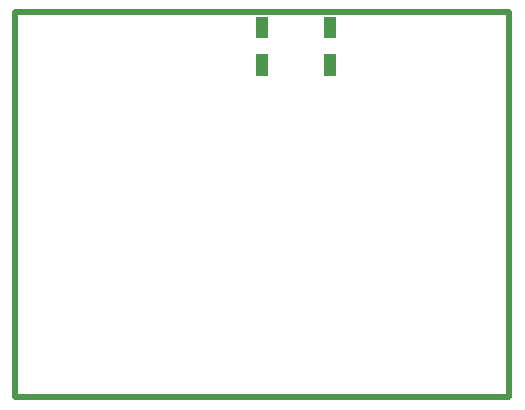
<source format=gko>
G04*
G04 #@! TF.GenerationSoftware,Altium Limited,Altium Designer,21.9.2 (33)*
G04*
G04 Layer_Color=16711935*
%FSLAX25Y25*%
%MOIN*%
G70*
G04*
G04 #@! TF.SameCoordinates,353233E6-1857-4CDD-983F-46C35F824410*
G04*
G04*
G04 #@! TF.FilePolarity,Positive*
G04*
G01*
G75*
%ADD42C,0.01968*%
G36*
X42931Y130075D02*
X46868D01*
Y137161D01*
X42931D01*
Y130075D01*
D02*
G37*
G36*
Y142673D02*
X46868D01*
Y149760D01*
X42931D01*
Y142673D01*
D02*
G37*
G36*
X65569Y130075D02*
X69506D01*
Y137161D01*
X65569D01*
Y130075D01*
D02*
G37*
G36*
Y142673D02*
X69506D01*
Y149760D01*
X65569D01*
Y142673D01*
D02*
G37*
D42*
X-37300Y22900D02*
X127300D01*
X127300Y151300D02*
X127300Y22900D01*
X-37300Y151300D02*
X127300D01*
X-37300D02*
X-37300Y22900D01*
M02*

</source>
